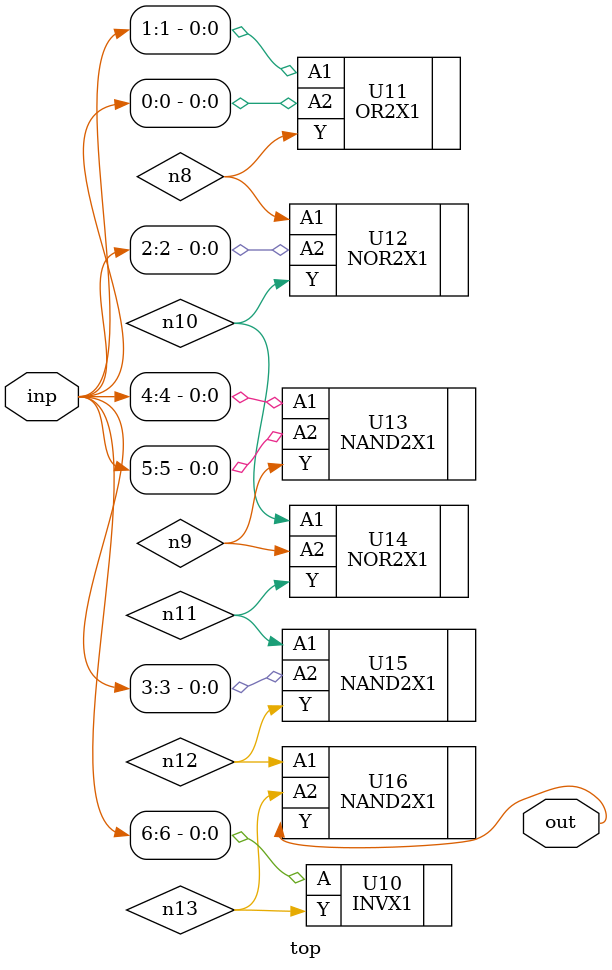
<source format=sv>


module top ( inp, out );
  input [6:0] inp;
  output out;
  wire   n8, n9, n10, n11, n12, n13;

  INVX1 U10 ( .A(inp[6]), .Y(n13) );
  OR2X1 U11 ( .A1(inp[1]), .A2(inp[0]), .Y(n8) );
  NOR2X1 U12 ( .A1(n8), .A2(inp[2]), .Y(n10) );
  NAND2X1 U13 ( .A1(inp[4]), .A2(inp[5]), .Y(n9) );
  NOR2X1 U14 ( .A1(n10), .A2(n9), .Y(n11) );
  NAND2X1 U15 ( .A1(n11), .A2(inp[3]), .Y(n12) );
  NAND2X1 U16 ( .A1(n12), .A2(n13), .Y(out) );
endmodule


</source>
